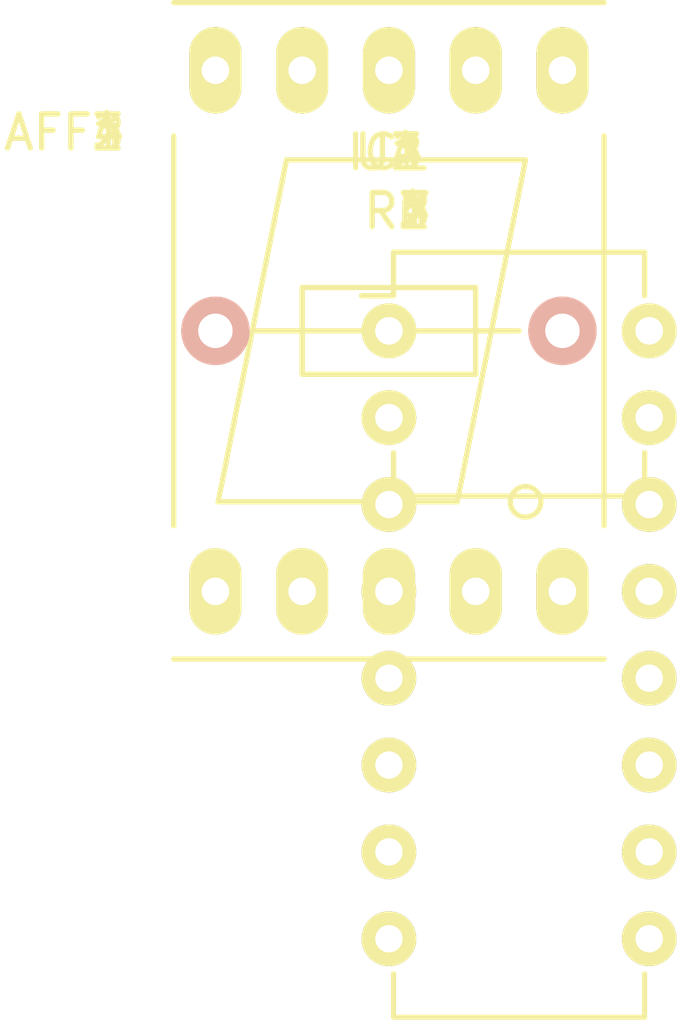
<source format=kicad_pcb>
(kicad_pcb (version 4) (host pcbnew "(2015-10-16 BZR 6271, Git 9aba2f2)-product")

  (general
    (links 56)
    (no_connects 29)
    (area 0 0 0 0)
    (thickness 1.6)
    (drawings 0)
    (tracks 0)
    (zones 0)
    (modules 17)
    (nets 33)
  )

  (page A4)
  (layers
    (0 F.Cu signal)
    (31 B.Cu signal)
    (32 B.Adhes user)
    (33 F.Adhes user)
    (34 B.Paste user)
    (35 F.Paste user)
    (36 B.SilkS user)
    (37 F.SilkS user)
    (38 B.Mask user)
    (39 F.Mask user)
    (40 Dwgs.User user)
    (41 Cmts.User user)
    (42 Eco1.User user)
    (43 Eco2.User user)
    (44 Edge.Cuts user)
    (45 Margin user)
    (46 B.CrtYd user)
    (47 F.CrtYd user)
    (48 B.Fab user)
    (49 F.Fab user)
  )

  (setup
    (last_trace_width 0.25)
    (trace_clearance 0.2)
    (zone_clearance 0.508)
    (zone_45_only no)
    (trace_min 0.2)
    (segment_width 0.2)
    (edge_width 0.15)
    (via_size 0.6)
    (via_drill 0.4)
    (via_min_size 0.4)
    (via_min_drill 0.3)
    (uvia_size 0.3)
    (uvia_drill 0.1)
    (uvias_allowed no)
    (uvia_min_size 0.2)
    (uvia_min_drill 0.1)
    (pcb_text_width 0.3)
    (pcb_text_size 1.5 1.5)
    (mod_edge_width 0.15)
    (mod_text_size 1 1)
    (mod_text_width 0.15)
    (pad_size 1.524 1.524)
    (pad_drill 0.762)
    (pad_to_mask_clearance 0.2)
    (aux_axis_origin 0 0)
    (visible_elements FFFFFF7F)
    (pcbplotparams
      (layerselection 0x00030_80000001)
      (usegerberextensions false)
      (excludeedgelayer true)
      (linewidth 0.100000)
      (plotframeref false)
      (viasonmask false)
      (mode 1)
      (useauxorigin false)
      (hpglpennumber 1)
      (hpglpenspeed 20)
      (hpglpendiameter 15)
      (hpglpenoverlay 2)
      (psnegative false)
      (psa4output false)
      (plotreference true)
      (plotvalue true)
      (plotinvisibletext false)
      (padsonsilk false)
      (subtractmaskfromsilk false)
      (outputformat 1)
      (mirror false)
      (drillshape 1)
      (scaleselection 1)
      (outputdirectory ""))
  )

  (net 0 "")
  (net 1 "Net-(AFF1-Pad1)")
  (net 2 "Net-(AFF1-Pad2)")
  (net 3 "Net-(AFF1-Pad3)")
  (net 4 "Net-(AFF1-Pad4)")
  (net 5 "Net-(AFF1-Pad5)")
  (net 6 "Net-(AFF1-Pad6)")
  (net 7 "Net-(AFF1-Pad7)")
  (net 8 "Net-(AFF1-Pad9)")
  (net 9 "Net-(AFF1-Pad10)")
  (net 10 "Net-(AFF2-Pad3)")
  (net 11 "Net-(AFF2-Pad5)")
  (net 12 "Net-(AFF3-Pad3)")
  (net 13 "Net-(AFF3-Pad5)")
  (net 14 "Net-(AFF4-Pad3)")
  (net 15 "Net-(AFF4-Pad5)")
  (net 16 "Net-(IC1-Pad1)")
  (net 17 "Net-(IC1-Pad2)")
  (net 18 VCC)
  (net 19 GND)
  (net 20 "Net-(IC1-Pad6)")
  (net 21 "Net-(IC1-Pad7)")
  (net 22 "Net-(IC1-Pad9)")
  (net 23 "Net-(IC1-Pad10)")
  (net 24 "Net-(IC1-Pad11)")
  (net 25 "Net-(IC1-Pad12)")
  (net 26 "Net-(IC1-Pad13)")
  (net 27 "Net-(IC1-Pad14)")
  (net 28 "Net-(IC1-Pad15)")
  (net 29 /P1)
  (net 30 /P2)
  (net 31 /P3)
  (net 32 /P4)

  (net_class Default "This is the default net class."
    (clearance 0.2)
    (trace_width 0.25)
    (via_dia 0.6)
    (via_drill 0.4)
    (uvia_dia 0.3)
    (uvia_drill 0.1)
    (add_net /P1)
    (add_net /P2)
    (add_net /P3)
    (add_net /P4)
    (add_net GND)
    (add_net "Net-(AFF1-Pad1)")
    (add_net "Net-(AFF1-Pad10)")
    (add_net "Net-(AFF1-Pad2)")
    (add_net "Net-(AFF1-Pad3)")
    (add_net "Net-(AFF1-Pad4)")
    (add_net "Net-(AFF1-Pad5)")
    (add_net "Net-(AFF1-Pad6)")
    (add_net "Net-(AFF1-Pad7)")
    (add_net "Net-(AFF1-Pad9)")
    (add_net "Net-(AFF2-Pad3)")
    (add_net "Net-(AFF2-Pad5)")
    (add_net "Net-(AFF3-Pad3)")
    (add_net "Net-(AFF3-Pad5)")
    (add_net "Net-(AFF4-Pad3)")
    (add_net "Net-(AFF4-Pad5)")
    (add_net "Net-(IC1-Pad1)")
    (add_net "Net-(IC1-Pad10)")
    (add_net "Net-(IC1-Pad11)")
    (add_net "Net-(IC1-Pad12)")
    (add_net "Net-(IC1-Pad13)")
    (add_net "Net-(IC1-Pad14)")
    (add_net "Net-(IC1-Pad15)")
    (add_net "Net-(IC1-Pad2)")
    (add_net "Net-(IC1-Pad6)")
    (add_net "Net-(IC1-Pad7)")
    (add_net "Net-(IC1-Pad9)")
    (add_net VCC)
  )

  (module Displays_7-Segment:7SegmentLED_LTS6760_LTS6780 (layer F.Cu) (tedit 0) (tstamp 564D5004)
    (at 148.5011 105.0036)
    (path /564D4EC8)
    (fp_text reference AFF1 (at -9.5 -5.8) (layer F.SilkS)
      (effects (font (size 1 1) (thickness 0.15)))
    )
    (fp_text value 7SEGMENTS (at -0.4 12) (layer F.Fab)
      (effects (font (size 1 1) (thickness 0.15)))
    )
    (fp_circle (center 4 5) (end 4.4 5.2) (layer F.SilkS) (width 0.15))
    (fp_line (start -3 -5) (end -4 0) (layer F.SilkS) (width 0.15))
    (fp_line (start -4 0) (end -5 5) (layer F.SilkS) (width 0.15))
    (fp_line (start -5 5) (end 2 5) (layer F.SilkS) (width 0.15))
    (fp_line (start 2 5) (end 3 0) (layer F.SilkS) (width 0.15))
    (fp_line (start 4 -5) (end 3 0) (layer F.SilkS) (width 0.15))
    (fp_line (start 3 0) (end -4 0) (layer F.SilkS) (width 0.15))
    (fp_line (start -3 -5) (end 4 -5) (layer F.SilkS) (width 0.15))
    (fp_line (start 6.3 9.6) (end -6.3 9.6) (layer F.SilkS) (width 0.15))
    (fp_line (start -6.3 -5.7) (end -6.3 5.7) (layer F.SilkS) (width 0.15))
    (fp_line (start 6.3 -5.7) (end 6.3 5.7) (layer F.SilkS) (width 0.15))
    (fp_line (start -6.3 -9.6) (end 6.3 -9.6) (layer F.SilkS) (width 0.15))
    (pad 1 thru_hole oval (at -5.08 7.62) (size 1.524 2.524) (drill 0.8) (layers *.Cu *.Mask F.SilkS)
      (net 1 "Net-(AFF1-Pad1)"))
    (pad 2 thru_hole oval (at -2.54 7.62) (size 1.524 2.524) (drill 0.8) (layers *.Cu *.Mask F.SilkS)
      (net 2 "Net-(AFF1-Pad2)"))
    (pad 3 thru_hole oval (at 0 7.62) (size 1.524 2.524) (drill 0.8) (layers *.Cu *.Mask F.SilkS)
      (net 3 "Net-(AFF1-Pad3)"))
    (pad 4 thru_hole oval (at 2.54 7.62) (size 1.524 2.524) (drill 0.8) (layers *.Cu *.Mask F.SilkS)
      (net 4 "Net-(AFF1-Pad4)"))
    (pad 5 thru_hole oval (at 5.08 7.62) (size 1.524 2.524) (drill 0.8) (layers *.Cu *.Mask F.SilkS)
      (net 5 "Net-(AFF1-Pad5)"))
    (pad 6 thru_hole oval (at 5.08 -7.62) (size 1.524 2.524) (drill 0.8) (layers *.Cu *.Mask F.SilkS)
      (net 6 "Net-(AFF1-Pad6)"))
    (pad 7 thru_hole oval (at 2.54 -7.62) (size 1.524 2.524) (drill 0.8) (layers *.Cu *.Mask F.SilkS)
      (net 7 "Net-(AFF1-Pad7)"))
    (pad 8 thru_hole oval (at 0 -7.62) (size 1.524 2.524) (drill 0.8) (layers *.Cu *.Mask F.SilkS)
      (net 3 "Net-(AFF1-Pad3)"))
    (pad 9 thru_hole oval (at -2.54 -7.62) (size 1.524 2.524) (drill 0.8) (layers *.Cu *.Mask F.SilkS)
      (net 8 "Net-(AFF1-Pad9)"))
    (pad 10 thru_hole oval (at -5.08 -7.62) (size 1.524 2.524) (drill 0.8) (layers *.Cu *.Mask F.SilkS)
      (net 9 "Net-(AFF1-Pad10)"))
    (model Displays_7-Segment.3dshapes/7SegmentLED_LTS6760_LTS6780.wrl
      (at (xyz 0 0 0))
      (scale (xyz 0.3937 0.3937 0.3937))
      (rotate (xyz 0 0 0))
    )
  )

  (module Displays_7-Segment:7SegmentLED_LTS6760_LTS6780 (layer F.Cu) (tedit 0) (tstamp 564D501E)
    (at 148.5011 105.0036)
    (path /564D4FFD)
    (fp_text reference AFF2 (at -9.5 -5.8) (layer F.SilkS)
      (effects (font (size 1 1) (thickness 0.15)))
    )
    (fp_text value 7SEGMENTS (at -0.4 12) (layer F.Fab)
      (effects (font (size 1 1) (thickness 0.15)))
    )
    (fp_circle (center 4 5) (end 4.4 5.2) (layer F.SilkS) (width 0.15))
    (fp_line (start -3 -5) (end -4 0) (layer F.SilkS) (width 0.15))
    (fp_line (start -4 0) (end -5 5) (layer F.SilkS) (width 0.15))
    (fp_line (start -5 5) (end 2 5) (layer F.SilkS) (width 0.15))
    (fp_line (start 2 5) (end 3 0) (layer F.SilkS) (width 0.15))
    (fp_line (start 4 -5) (end 3 0) (layer F.SilkS) (width 0.15))
    (fp_line (start 3 0) (end -4 0) (layer F.SilkS) (width 0.15))
    (fp_line (start -3 -5) (end 4 -5) (layer F.SilkS) (width 0.15))
    (fp_line (start 6.3 9.6) (end -6.3 9.6) (layer F.SilkS) (width 0.15))
    (fp_line (start -6.3 -5.7) (end -6.3 5.7) (layer F.SilkS) (width 0.15))
    (fp_line (start 6.3 -5.7) (end 6.3 5.7) (layer F.SilkS) (width 0.15))
    (fp_line (start -6.3 -9.6) (end 6.3 -9.6) (layer F.SilkS) (width 0.15))
    (pad 1 thru_hole oval (at -5.08 7.62) (size 1.524 2.524) (drill 0.8) (layers *.Cu *.Mask F.SilkS)
      (net 1 "Net-(AFF1-Pad1)"))
    (pad 2 thru_hole oval (at -2.54 7.62) (size 1.524 2.524) (drill 0.8) (layers *.Cu *.Mask F.SilkS)
      (net 2 "Net-(AFF1-Pad2)"))
    (pad 3 thru_hole oval (at 0 7.62) (size 1.524 2.524) (drill 0.8) (layers *.Cu *.Mask F.SilkS)
      (net 10 "Net-(AFF2-Pad3)"))
    (pad 4 thru_hole oval (at 2.54 7.62) (size 1.524 2.524) (drill 0.8) (layers *.Cu *.Mask F.SilkS)
      (net 4 "Net-(AFF1-Pad4)"))
    (pad 5 thru_hole oval (at 5.08 7.62) (size 1.524 2.524) (drill 0.8) (layers *.Cu *.Mask F.SilkS)
      (net 11 "Net-(AFF2-Pad5)"))
    (pad 6 thru_hole oval (at 5.08 -7.62) (size 1.524 2.524) (drill 0.8) (layers *.Cu *.Mask F.SilkS)
      (net 6 "Net-(AFF1-Pad6)"))
    (pad 7 thru_hole oval (at 2.54 -7.62) (size 1.524 2.524) (drill 0.8) (layers *.Cu *.Mask F.SilkS)
      (net 7 "Net-(AFF1-Pad7)"))
    (pad 8 thru_hole oval (at 0 -7.62) (size 1.524 2.524) (drill 0.8) (layers *.Cu *.Mask F.SilkS)
      (net 10 "Net-(AFF2-Pad3)"))
    (pad 9 thru_hole oval (at -2.54 -7.62) (size 1.524 2.524) (drill 0.8) (layers *.Cu *.Mask F.SilkS)
      (net 8 "Net-(AFF1-Pad9)"))
    (pad 10 thru_hole oval (at -5.08 -7.62) (size 1.524 2.524) (drill 0.8) (layers *.Cu *.Mask F.SilkS)
      (net 9 "Net-(AFF1-Pad10)"))
    (model Displays_7-Segment.3dshapes/7SegmentLED_LTS6760_LTS6780.wrl
      (at (xyz 0 0 0))
      (scale (xyz 0.3937 0.3937 0.3937))
      (rotate (xyz 0 0 0))
    )
  )

  (module Displays_7-Segment:7SegmentLED_LTS6760_LTS6780 (layer F.Cu) (tedit 0) (tstamp 564D5038)
    (at 148.5011 105.0036)
    (path /564D5202)
    (fp_text reference AFF3 (at -9.5 -5.8) (layer F.SilkS)
      (effects (font (size 1 1) (thickness 0.15)))
    )
    (fp_text value 7SEGMENTS (at -0.4 12) (layer F.Fab)
      (effects (font (size 1 1) (thickness 0.15)))
    )
    (fp_circle (center 4 5) (end 4.4 5.2) (layer F.SilkS) (width 0.15))
    (fp_line (start -3 -5) (end -4 0) (layer F.SilkS) (width 0.15))
    (fp_line (start -4 0) (end -5 5) (layer F.SilkS) (width 0.15))
    (fp_line (start -5 5) (end 2 5) (layer F.SilkS) (width 0.15))
    (fp_line (start 2 5) (end 3 0) (layer F.SilkS) (width 0.15))
    (fp_line (start 4 -5) (end 3 0) (layer F.SilkS) (width 0.15))
    (fp_line (start 3 0) (end -4 0) (layer F.SilkS) (width 0.15))
    (fp_line (start -3 -5) (end 4 -5) (layer F.SilkS) (width 0.15))
    (fp_line (start 6.3 9.6) (end -6.3 9.6) (layer F.SilkS) (width 0.15))
    (fp_line (start -6.3 -5.7) (end -6.3 5.7) (layer F.SilkS) (width 0.15))
    (fp_line (start 6.3 -5.7) (end 6.3 5.7) (layer F.SilkS) (width 0.15))
    (fp_line (start -6.3 -9.6) (end 6.3 -9.6) (layer F.SilkS) (width 0.15))
    (pad 1 thru_hole oval (at -5.08 7.62) (size 1.524 2.524) (drill 0.8) (layers *.Cu *.Mask F.SilkS)
      (net 1 "Net-(AFF1-Pad1)"))
    (pad 2 thru_hole oval (at -2.54 7.62) (size 1.524 2.524) (drill 0.8) (layers *.Cu *.Mask F.SilkS)
      (net 2 "Net-(AFF1-Pad2)"))
    (pad 3 thru_hole oval (at 0 7.62) (size 1.524 2.524) (drill 0.8) (layers *.Cu *.Mask F.SilkS)
      (net 12 "Net-(AFF3-Pad3)"))
    (pad 4 thru_hole oval (at 2.54 7.62) (size 1.524 2.524) (drill 0.8) (layers *.Cu *.Mask F.SilkS)
      (net 4 "Net-(AFF1-Pad4)"))
    (pad 5 thru_hole oval (at 5.08 7.62) (size 1.524 2.524) (drill 0.8) (layers *.Cu *.Mask F.SilkS)
      (net 13 "Net-(AFF3-Pad5)"))
    (pad 6 thru_hole oval (at 5.08 -7.62) (size 1.524 2.524) (drill 0.8) (layers *.Cu *.Mask F.SilkS)
      (net 6 "Net-(AFF1-Pad6)"))
    (pad 7 thru_hole oval (at 2.54 -7.62) (size 1.524 2.524) (drill 0.8) (layers *.Cu *.Mask F.SilkS)
      (net 7 "Net-(AFF1-Pad7)"))
    (pad 8 thru_hole oval (at 0 -7.62) (size 1.524 2.524) (drill 0.8) (layers *.Cu *.Mask F.SilkS)
      (net 12 "Net-(AFF3-Pad3)"))
    (pad 9 thru_hole oval (at -2.54 -7.62) (size 1.524 2.524) (drill 0.8) (layers *.Cu *.Mask F.SilkS)
      (net 8 "Net-(AFF1-Pad9)"))
    (pad 10 thru_hole oval (at -5.08 -7.62) (size 1.524 2.524) (drill 0.8) (layers *.Cu *.Mask F.SilkS)
      (net 9 "Net-(AFF1-Pad10)"))
    (model Displays_7-Segment.3dshapes/7SegmentLED_LTS6760_LTS6780.wrl
      (at (xyz 0 0 0))
      (scale (xyz 0.3937 0.3937 0.3937))
      (rotate (xyz 0 0 0))
    )
  )

  (module Displays_7-Segment:7SegmentLED_LTS6760_LTS6780 (layer F.Cu) (tedit 0) (tstamp 564D5052)
    (at 148.5011 105.0036)
    (path /564D3F41)
    (fp_text reference AFF4 (at -9.5 -5.8) (layer F.SilkS)
      (effects (font (size 1 1) (thickness 0.15)))
    )
    (fp_text value 7SEGMENTS (at -0.4 12) (layer F.Fab)
      (effects (font (size 1 1) (thickness 0.15)))
    )
    (fp_circle (center 4 5) (end 4.4 5.2) (layer F.SilkS) (width 0.15))
    (fp_line (start -3 -5) (end -4 0) (layer F.SilkS) (width 0.15))
    (fp_line (start -4 0) (end -5 5) (layer F.SilkS) (width 0.15))
    (fp_line (start -5 5) (end 2 5) (layer F.SilkS) (width 0.15))
    (fp_line (start 2 5) (end 3 0) (layer F.SilkS) (width 0.15))
    (fp_line (start 4 -5) (end 3 0) (layer F.SilkS) (width 0.15))
    (fp_line (start 3 0) (end -4 0) (layer F.SilkS) (width 0.15))
    (fp_line (start -3 -5) (end 4 -5) (layer F.SilkS) (width 0.15))
    (fp_line (start 6.3 9.6) (end -6.3 9.6) (layer F.SilkS) (width 0.15))
    (fp_line (start -6.3 -5.7) (end -6.3 5.7) (layer F.SilkS) (width 0.15))
    (fp_line (start 6.3 -5.7) (end 6.3 5.7) (layer F.SilkS) (width 0.15))
    (fp_line (start -6.3 -9.6) (end 6.3 -9.6) (layer F.SilkS) (width 0.15))
    (pad 1 thru_hole oval (at -5.08 7.62) (size 1.524 2.524) (drill 0.8) (layers *.Cu *.Mask F.SilkS)
      (net 1 "Net-(AFF1-Pad1)"))
    (pad 2 thru_hole oval (at -2.54 7.62) (size 1.524 2.524) (drill 0.8) (layers *.Cu *.Mask F.SilkS)
      (net 2 "Net-(AFF1-Pad2)"))
    (pad 3 thru_hole oval (at 0 7.62) (size 1.524 2.524) (drill 0.8) (layers *.Cu *.Mask F.SilkS)
      (net 14 "Net-(AFF4-Pad3)"))
    (pad 4 thru_hole oval (at 2.54 7.62) (size 1.524 2.524) (drill 0.8) (layers *.Cu *.Mask F.SilkS)
      (net 4 "Net-(AFF1-Pad4)"))
    (pad 5 thru_hole oval (at 5.08 7.62) (size 1.524 2.524) (drill 0.8) (layers *.Cu *.Mask F.SilkS)
      (net 15 "Net-(AFF4-Pad5)"))
    (pad 6 thru_hole oval (at 5.08 -7.62) (size 1.524 2.524) (drill 0.8) (layers *.Cu *.Mask F.SilkS)
      (net 6 "Net-(AFF1-Pad6)"))
    (pad 7 thru_hole oval (at 2.54 -7.62) (size 1.524 2.524) (drill 0.8) (layers *.Cu *.Mask F.SilkS)
      (net 7 "Net-(AFF1-Pad7)"))
    (pad 8 thru_hole oval (at 0 -7.62) (size 1.524 2.524) (drill 0.8) (layers *.Cu *.Mask F.SilkS)
      (net 14 "Net-(AFF4-Pad3)"))
    (pad 9 thru_hole oval (at -2.54 -7.62) (size 1.524 2.524) (drill 0.8) (layers *.Cu *.Mask F.SilkS)
      (net 8 "Net-(AFF1-Pad9)"))
    (pad 10 thru_hole oval (at -5.08 -7.62) (size 1.524 2.524) (drill 0.8) (layers *.Cu *.Mask F.SilkS)
      (net 9 "Net-(AFF1-Pad10)"))
    (model Displays_7-Segment.3dshapes/7SegmentLED_LTS6760_LTS6780.wrl
      (at (xyz 0 0 0))
      (scale (xyz 0.3937 0.3937 0.3937))
      (rotate (xyz 0 0 0))
    )
  )

  (module Housings_DIP:DIP-16_W7.62mm (layer F.Cu) (tedit 54130A77) (tstamp 564D5071)
    (at 148.5011 105.0036)
    (descr "16-lead dip package, row spacing 7.62 mm (300 mils)")
    (tags "dil dip 2.54 300")
    (path /564D33A1)
    (fp_text reference IC1 (at 0 -5.22) (layer F.SilkS)
      (effects (font (size 1 1) (thickness 0.15)))
    )
    (fp_text value 4511D (at 0 -3.72) (layer F.Fab)
      (effects (font (size 1 1) (thickness 0.15)))
    )
    (fp_line (start -1.05 -2.45) (end -1.05 20.25) (layer F.CrtYd) (width 0.05))
    (fp_line (start 8.65 -2.45) (end 8.65 20.25) (layer F.CrtYd) (width 0.05))
    (fp_line (start -1.05 -2.45) (end 8.65 -2.45) (layer F.CrtYd) (width 0.05))
    (fp_line (start -1.05 20.25) (end 8.65 20.25) (layer F.CrtYd) (width 0.05))
    (fp_line (start 0.135 -2.295) (end 0.135 -1.025) (layer F.SilkS) (width 0.15))
    (fp_line (start 7.485 -2.295) (end 7.485 -1.025) (layer F.SilkS) (width 0.15))
    (fp_line (start 7.485 20.075) (end 7.485 18.805) (layer F.SilkS) (width 0.15))
    (fp_line (start 0.135 20.075) (end 0.135 18.805) (layer F.SilkS) (width 0.15))
    (fp_line (start 0.135 -2.295) (end 7.485 -2.295) (layer F.SilkS) (width 0.15))
    (fp_line (start 0.135 20.075) (end 7.485 20.075) (layer F.SilkS) (width 0.15))
    (fp_line (start 0.135 -1.025) (end -0.8 -1.025) (layer F.SilkS) (width 0.15))
    (pad 1 thru_hole oval (at 0 0) (size 1.6 1.6) (drill 0.8) (layers *.Cu *.Mask F.SilkS)
      (net 16 "Net-(IC1-Pad1)"))
    (pad 2 thru_hole oval (at 0 2.54) (size 1.6 1.6) (drill 0.8) (layers *.Cu *.Mask F.SilkS)
      (net 17 "Net-(IC1-Pad2)"))
    (pad 3 thru_hole oval (at 0 5.08) (size 1.6 1.6) (drill 0.8) (layers *.Cu *.Mask F.SilkS)
      (net 18 VCC))
    (pad 4 thru_hole oval (at 0 7.62) (size 1.6 1.6) (drill 0.8) (layers *.Cu *.Mask F.SilkS)
      (net 18 VCC))
    (pad 5 thru_hole oval (at 0 10.16) (size 1.6 1.6) (drill 0.8) (layers *.Cu *.Mask F.SilkS)
      (net 19 GND))
    (pad 6 thru_hole oval (at 0 12.7) (size 1.6 1.6) (drill 0.8) (layers *.Cu *.Mask F.SilkS)
      (net 20 "Net-(IC1-Pad6)"))
    (pad 7 thru_hole oval (at 0 15.24) (size 1.6 1.6) (drill 0.8) (layers *.Cu *.Mask F.SilkS)
      (net 21 "Net-(IC1-Pad7)"))
    (pad 8 thru_hole oval (at 0 17.78) (size 1.6 1.6) (drill 0.8) (layers *.Cu *.Mask F.SilkS)
      (net 19 GND))
    (pad 9 thru_hole oval (at 7.62 17.78) (size 1.6 1.6) (drill 0.8) (layers *.Cu *.Mask F.SilkS)
      (net 22 "Net-(IC1-Pad9)"))
    (pad 10 thru_hole oval (at 7.62 15.24) (size 1.6 1.6) (drill 0.8) (layers *.Cu *.Mask F.SilkS)
      (net 23 "Net-(IC1-Pad10)"))
    (pad 11 thru_hole oval (at 7.62 12.7) (size 1.6 1.6) (drill 0.8) (layers *.Cu *.Mask F.SilkS)
      (net 24 "Net-(IC1-Pad11)"))
    (pad 12 thru_hole oval (at 7.62 10.16) (size 1.6 1.6) (drill 0.8) (layers *.Cu *.Mask F.SilkS)
      (net 25 "Net-(IC1-Pad12)"))
    (pad 13 thru_hole oval (at 7.62 7.62) (size 1.6 1.6) (drill 0.8) (layers *.Cu *.Mask F.SilkS)
      (net 26 "Net-(IC1-Pad13)"))
    (pad 14 thru_hole oval (at 7.62 5.08) (size 1.6 1.6) (drill 0.8) (layers *.Cu *.Mask F.SilkS)
      (net 27 "Net-(IC1-Pad14)"))
    (pad 15 thru_hole oval (at 7.62 2.54) (size 1.6 1.6) (drill 0.8) (layers *.Cu *.Mask F.SilkS)
      (net 28 "Net-(IC1-Pad15)"))
    (pad 16 thru_hole oval (at 7.62 0) (size 1.6 1.6) (drill 0.8) (layers *.Cu *.Mask F.SilkS)
      (net 18 VCC))
    (model Housings_DIP.3dshapes/DIP-16_W7.62mm.wrl
      (at (xyz 0 0 0))
      (scale (xyz 1 1 1))
      (rotate (xyz 0 0 0))
    )
  )

  (module Resistors_ThroughHole:Resistor_Horizontal_RM10mm (layer F.Cu) (tedit 53F56209) (tstamp 564D507D)
    (at 148.5011 105.0036)
    (descr "Resistor, Axial,  RM 10mm, 1/3W,")
    (tags "Resistor, Axial, RM 10mm, 1/3W,")
    (path /564D39C0)
    (fp_text reference P1 (at 0.24892 -3.50012) (layer F.SilkS)
      (effects (font (size 1 1) (thickness 0.15)))
    )
    (fp_text value CONN_02X05 (at 3.81 3.81) (layer F.Fab)
      (effects (font (size 1 1) (thickness 0.15)))
    )
    (fp_line (start -2.54 -1.27) (end 2.54 -1.27) (layer F.SilkS) (width 0.15))
    (fp_line (start 2.54 -1.27) (end 2.54 1.27) (layer F.SilkS) (width 0.15))
    (fp_line (start 2.54 1.27) (end -2.54 1.27) (layer F.SilkS) (width 0.15))
    (fp_line (start -2.54 1.27) (end -2.54 -1.27) (layer F.SilkS) (width 0.15))
    (fp_line (start -2.54 0) (end -3.81 0) (layer F.SilkS) (width 0.15))
    (fp_line (start 2.54 0) (end 3.81 0) (layer F.SilkS) (width 0.15))
    (pad 1 thru_hole circle (at -5.08 0) (size 1.99898 1.99898) (drill 1.00076) (layers *.Cu *.SilkS *.Mask)
      (net 18 VCC))
    (pad 2 thru_hole circle (at 5.08 0) (size 1.99898 1.99898) (drill 1.00076) (layers *.Cu *.SilkS *.Mask)
      (net 21 "Net-(IC1-Pad7)"))
    (model Resistors_ThroughHole.3dshapes/Resistor_Horizontal_RM10mm.wrl
      (at (xyz 0 0 0))
      (scale (xyz 0.4 0.4 0.4))
      (rotate (xyz 0 0 0))
    )
  )

  (module Resistors_ThroughHole:Resistor_Horizontal_RM10mm (layer F.Cu) (tedit 53F56209) (tstamp 564D5089)
    (at 148.5011 105.0036)
    (descr "Resistor, Axial,  RM 10mm, 1/3W,")
    (tags "Resistor, Axial, RM 10mm, 1/3W,")
    (path /564D46A4)
    (fp_text reference R1 (at 0.24892 -3.50012) (layer F.SilkS)
      (effects (font (size 1 1) (thickness 0.15)))
    )
    (fp_text value R (at 3.81 3.81) (layer F.Fab)
      (effects (font (size 1 1) (thickness 0.15)))
    )
    (fp_line (start -2.54 -1.27) (end 2.54 -1.27) (layer F.SilkS) (width 0.15))
    (fp_line (start 2.54 -1.27) (end 2.54 1.27) (layer F.SilkS) (width 0.15))
    (fp_line (start 2.54 1.27) (end -2.54 1.27) (layer F.SilkS) (width 0.15))
    (fp_line (start -2.54 1.27) (end -2.54 -1.27) (layer F.SilkS) (width 0.15))
    (fp_line (start -2.54 0) (end -3.81 0) (layer F.SilkS) (width 0.15))
    (fp_line (start 2.54 0) (end 3.81 0) (layer F.SilkS) (width 0.15))
    (pad 1 thru_hole circle (at -5.08 0) (size 1.99898 1.99898) (drill 1.00076) (layers *.Cu *.SilkS *.Mask)
      (net 26 "Net-(IC1-Pad13)"))
    (pad 2 thru_hole circle (at 5.08 0) (size 1.99898 1.99898) (drill 1.00076) (layers *.Cu *.SilkS *.Mask)
      (net 7 "Net-(AFF1-Pad7)"))
    (model Resistors_ThroughHole.3dshapes/Resistor_Horizontal_RM10mm.wrl
      (at (xyz 0 0 0))
      (scale (xyz 0.4 0.4 0.4))
      (rotate (xyz 0 0 0))
    )
  )

  (module Resistors_ThroughHole:Resistor_Horizontal_RM10mm (layer F.Cu) (tedit 53F56209) (tstamp 564D5095)
    (at 148.5011 105.0036)
    (descr "Resistor, Axial,  RM 10mm, 1/3W,")
    (tags "Resistor, Axial, RM 10mm, 1/3W,")
    (path /564D474D)
    (fp_text reference R2 (at 0.24892 -3.50012) (layer F.SilkS)
      (effects (font (size 1 1) (thickness 0.15)))
    )
    (fp_text value R (at 3.81 3.81) (layer F.Fab)
      (effects (font (size 1 1) (thickness 0.15)))
    )
    (fp_line (start -2.54 -1.27) (end 2.54 -1.27) (layer F.SilkS) (width 0.15))
    (fp_line (start 2.54 -1.27) (end 2.54 1.27) (layer F.SilkS) (width 0.15))
    (fp_line (start 2.54 1.27) (end -2.54 1.27) (layer F.SilkS) (width 0.15))
    (fp_line (start -2.54 1.27) (end -2.54 -1.27) (layer F.SilkS) (width 0.15))
    (fp_line (start -2.54 0) (end -3.81 0) (layer F.SilkS) (width 0.15))
    (fp_line (start 2.54 0) (end 3.81 0) (layer F.SilkS) (width 0.15))
    (pad 1 thru_hole circle (at -5.08 0) (size 1.99898 1.99898) (drill 1.00076) (layers *.Cu *.SilkS *.Mask)
      (net 25 "Net-(IC1-Pad12)"))
    (pad 2 thru_hole circle (at 5.08 0) (size 1.99898 1.99898) (drill 1.00076) (layers *.Cu *.SilkS *.Mask)
      (net 6 "Net-(AFF1-Pad6)"))
    (model Resistors_ThroughHole.3dshapes/Resistor_Horizontal_RM10mm.wrl
      (at (xyz 0 0 0))
      (scale (xyz 0.4 0.4 0.4))
      (rotate (xyz 0 0 0))
    )
  )

  (module Resistors_ThroughHole:Resistor_Horizontal_RM10mm (layer F.Cu) (tedit 53F56209) (tstamp 564D50A1)
    (at 148.5011 105.0036)
    (descr "Resistor, Axial,  RM 10mm, 1/3W,")
    (tags "Resistor, Axial, RM 10mm, 1/3W,")
    (path /564D4798)
    (fp_text reference R3 (at 0.24892 -3.50012) (layer F.SilkS)
      (effects (font (size 1 1) (thickness 0.15)))
    )
    (fp_text value R (at 3.81 3.81) (layer F.Fab)
      (effects (font (size 1 1) (thickness 0.15)))
    )
    (fp_line (start -2.54 -1.27) (end 2.54 -1.27) (layer F.SilkS) (width 0.15))
    (fp_line (start 2.54 -1.27) (end 2.54 1.27) (layer F.SilkS) (width 0.15))
    (fp_line (start 2.54 1.27) (end -2.54 1.27) (layer F.SilkS) (width 0.15))
    (fp_line (start -2.54 1.27) (end -2.54 -1.27) (layer F.SilkS) (width 0.15))
    (fp_line (start -2.54 0) (end -3.81 0) (layer F.SilkS) (width 0.15))
    (fp_line (start 2.54 0) (end 3.81 0) (layer F.SilkS) (width 0.15))
    (pad 1 thru_hole circle (at -5.08 0) (size 1.99898 1.99898) (drill 1.00076) (layers *.Cu *.SilkS *.Mask)
      (net 24 "Net-(IC1-Pad11)"))
    (pad 2 thru_hole circle (at 5.08 0) (size 1.99898 1.99898) (drill 1.00076) (layers *.Cu *.SilkS *.Mask)
      (net 4 "Net-(AFF1-Pad4)"))
    (model Resistors_ThroughHole.3dshapes/Resistor_Horizontal_RM10mm.wrl
      (at (xyz 0 0 0))
      (scale (xyz 0.4 0.4 0.4))
      (rotate (xyz 0 0 0))
    )
  )

  (module Resistors_ThroughHole:Resistor_Horizontal_RM10mm (layer F.Cu) (tedit 53F56209) (tstamp 564D50AD)
    (at 148.5011 105.0036)
    (descr "Resistor, Axial,  RM 10mm, 1/3W,")
    (tags "Resistor, Axial, RM 10mm, 1/3W,")
    (path /564D479E)
    (fp_text reference R4 (at 0.24892 -3.50012) (layer F.SilkS)
      (effects (font (size 1 1) (thickness 0.15)))
    )
    (fp_text value R (at 3.81 3.81) (layer F.Fab)
      (effects (font (size 1 1) (thickness 0.15)))
    )
    (fp_line (start -2.54 -1.27) (end 2.54 -1.27) (layer F.SilkS) (width 0.15))
    (fp_line (start 2.54 -1.27) (end 2.54 1.27) (layer F.SilkS) (width 0.15))
    (fp_line (start 2.54 1.27) (end -2.54 1.27) (layer F.SilkS) (width 0.15))
    (fp_line (start -2.54 1.27) (end -2.54 -1.27) (layer F.SilkS) (width 0.15))
    (fp_line (start -2.54 0) (end -3.81 0) (layer F.SilkS) (width 0.15))
    (fp_line (start 2.54 0) (end 3.81 0) (layer F.SilkS) (width 0.15))
    (pad 1 thru_hole circle (at -5.08 0) (size 1.99898 1.99898) (drill 1.00076) (layers *.Cu *.SilkS *.Mask)
      (net 23 "Net-(IC1-Pad10)"))
    (pad 2 thru_hole circle (at 5.08 0) (size 1.99898 1.99898) (drill 1.00076) (layers *.Cu *.SilkS *.Mask)
      (net 2 "Net-(AFF1-Pad2)"))
    (model Resistors_ThroughHole.3dshapes/Resistor_Horizontal_RM10mm.wrl
      (at (xyz 0 0 0))
      (scale (xyz 0.4 0.4 0.4))
      (rotate (xyz 0 0 0))
    )
  )

  (module Resistors_ThroughHole:Resistor_Horizontal_RM10mm (layer F.Cu) (tedit 53F56209) (tstamp 564D50B9)
    (at 148.5011 105.0036)
    (descr "Resistor, Axial,  RM 10mm, 1/3W,")
    (tags "Resistor, Axial, RM 10mm, 1/3W,")
    (path /564D4812)
    (fp_text reference R5 (at 0.24892 -3.50012) (layer F.SilkS)
      (effects (font (size 1 1) (thickness 0.15)))
    )
    (fp_text value R (at 3.81 3.81) (layer F.Fab)
      (effects (font (size 1 1) (thickness 0.15)))
    )
    (fp_line (start -2.54 -1.27) (end 2.54 -1.27) (layer F.SilkS) (width 0.15))
    (fp_line (start 2.54 -1.27) (end 2.54 1.27) (layer F.SilkS) (width 0.15))
    (fp_line (start 2.54 1.27) (end -2.54 1.27) (layer F.SilkS) (width 0.15))
    (fp_line (start -2.54 1.27) (end -2.54 -1.27) (layer F.SilkS) (width 0.15))
    (fp_line (start -2.54 0) (end -3.81 0) (layer F.SilkS) (width 0.15))
    (fp_line (start 2.54 0) (end 3.81 0) (layer F.SilkS) (width 0.15))
    (pad 1 thru_hole circle (at -5.08 0) (size 1.99898 1.99898) (drill 1.00076) (layers *.Cu *.SilkS *.Mask)
      (net 22 "Net-(IC1-Pad9)"))
    (pad 2 thru_hole circle (at 5.08 0) (size 1.99898 1.99898) (drill 1.00076) (layers *.Cu *.SilkS *.Mask)
      (net 1 "Net-(AFF1-Pad1)"))
    (model Resistors_ThroughHole.3dshapes/Resistor_Horizontal_RM10mm.wrl
      (at (xyz 0 0 0))
      (scale (xyz 0.4 0.4 0.4))
      (rotate (xyz 0 0 0))
    )
  )

  (module Resistors_ThroughHole:Resistor_Horizontal_RM10mm (layer F.Cu) (tedit 53F56209) (tstamp 564D50C5)
    (at 148.5011 105.0036)
    (descr "Resistor, Axial,  RM 10mm, 1/3W,")
    (tags "Resistor, Axial, RM 10mm, 1/3W,")
    (path /564D4818)
    (fp_text reference R6 (at 0.24892 -3.50012) (layer F.SilkS)
      (effects (font (size 1 1) (thickness 0.15)))
    )
    (fp_text value R (at 3.81 3.81) (layer F.Fab)
      (effects (font (size 1 1) (thickness 0.15)))
    )
    (fp_line (start -2.54 -1.27) (end 2.54 -1.27) (layer F.SilkS) (width 0.15))
    (fp_line (start 2.54 -1.27) (end 2.54 1.27) (layer F.SilkS) (width 0.15))
    (fp_line (start 2.54 1.27) (end -2.54 1.27) (layer F.SilkS) (width 0.15))
    (fp_line (start -2.54 1.27) (end -2.54 -1.27) (layer F.SilkS) (width 0.15))
    (fp_line (start -2.54 0) (end -3.81 0) (layer F.SilkS) (width 0.15))
    (fp_line (start 2.54 0) (end 3.81 0) (layer F.SilkS) (width 0.15))
    (pad 1 thru_hole circle (at -5.08 0) (size 1.99898 1.99898) (drill 1.00076) (layers *.Cu *.SilkS *.Mask)
      (net 28 "Net-(IC1-Pad15)"))
    (pad 2 thru_hole circle (at 5.08 0) (size 1.99898 1.99898) (drill 1.00076) (layers *.Cu *.SilkS *.Mask)
      (net 8 "Net-(AFF1-Pad9)"))
    (model Resistors_ThroughHole.3dshapes/Resistor_Horizontal_RM10mm.wrl
      (at (xyz 0 0 0))
      (scale (xyz 0.4 0.4 0.4))
      (rotate (xyz 0 0 0))
    )
  )

  (module Resistors_ThroughHole:Resistor_Horizontal_RM10mm (layer F.Cu) (tedit 53F56209) (tstamp 564D50D1)
    (at 148.5011 105.0036)
    (descr "Resistor, Axial,  RM 10mm, 1/3W,")
    (tags "Resistor, Axial, RM 10mm, 1/3W,")
    (path /564D481E)
    (fp_text reference R7 (at 0.24892 -3.50012) (layer F.SilkS)
      (effects (font (size 1 1) (thickness 0.15)))
    )
    (fp_text value R (at 3.81 3.81) (layer F.Fab)
      (effects (font (size 1 1) (thickness 0.15)))
    )
    (fp_line (start -2.54 -1.27) (end 2.54 -1.27) (layer F.SilkS) (width 0.15))
    (fp_line (start 2.54 -1.27) (end 2.54 1.27) (layer F.SilkS) (width 0.15))
    (fp_line (start 2.54 1.27) (end -2.54 1.27) (layer F.SilkS) (width 0.15))
    (fp_line (start -2.54 1.27) (end -2.54 -1.27) (layer F.SilkS) (width 0.15))
    (fp_line (start -2.54 0) (end -3.81 0) (layer F.SilkS) (width 0.15))
    (fp_line (start 2.54 0) (end 3.81 0) (layer F.SilkS) (width 0.15))
    (pad 1 thru_hole circle (at -5.08 0) (size 1.99898 1.99898) (drill 1.00076) (layers *.Cu *.SilkS *.Mask)
      (net 27 "Net-(IC1-Pad14)"))
    (pad 2 thru_hole circle (at 5.08 0) (size 1.99898 1.99898) (drill 1.00076) (layers *.Cu *.SilkS *.Mask)
      (net 9 "Net-(AFF1-Pad10)"))
    (model Resistors_ThroughHole.3dshapes/Resistor_Horizontal_RM10mm.wrl
      (at (xyz 0 0 0))
      (scale (xyz 0.4 0.4 0.4))
      (rotate (xyz 0 0 0))
    )
  )

  (module Housings_DIP:DIP-4_W7.62mm (layer F.Cu) (tedit 54130A77) (tstamp 564D50E4)
    (at 148.5011 105.0036)
    (descr "4-lead dip package, row spacing 7.62 mm (300 mils)")
    (tags "dil dip 2.54 300")
    (path /564D7C50)
    (fp_text reference U1 (at 0 -5.22) (layer F.SilkS)
      (effects (font (size 1 1) (thickness 0.15)))
    )
    (fp_text value PC817 (at 0 -3.72) (layer F.Fab)
      (effects (font (size 1 1) (thickness 0.15)))
    )
    (fp_line (start -1.05 -2.45) (end -1.05 5) (layer F.CrtYd) (width 0.05))
    (fp_line (start 8.65 -2.45) (end 8.65 5) (layer F.CrtYd) (width 0.05))
    (fp_line (start -1.05 -2.45) (end 8.65 -2.45) (layer F.CrtYd) (width 0.05))
    (fp_line (start -1.05 5) (end 8.65 5) (layer F.CrtYd) (width 0.05))
    (fp_line (start 0.135 -2.295) (end 0.135 -1.025) (layer F.SilkS) (width 0.15))
    (fp_line (start 7.485 -2.295) (end 7.485 -1.025) (layer F.SilkS) (width 0.15))
    (fp_line (start 7.485 4.835) (end 7.485 3.565) (layer F.SilkS) (width 0.15))
    (fp_line (start 0.135 4.835) (end 0.135 3.565) (layer F.SilkS) (width 0.15))
    (fp_line (start 0.135 -2.295) (end 7.485 -2.295) (layer F.SilkS) (width 0.15))
    (fp_line (start 0.135 4.835) (end 7.485 4.835) (layer F.SilkS) (width 0.15))
    (fp_line (start 0.135 -1.025) (end -0.8 -1.025) (layer F.SilkS) (width 0.15))
    (pad 1 thru_hole oval (at 0 0) (size 1.6 1.6) (drill 0.8) (layers *.Cu *.Mask F.SilkS)
      (net 18 VCC))
    (pad 2 thru_hole oval (at 0 2.54) (size 1.6 1.6) (drill 0.8) (layers *.Cu *.Mask F.SilkS)
      (net 29 /P1))
    (pad 3 thru_hole oval (at 7.62 2.54) (size 1.6 1.6) (drill 0.8) (layers *.Cu *.Mask F.SilkS)
      (net 19 GND))
    (pad 4 thru_hole oval (at 7.62 0) (size 1.6 1.6) (drill 0.8) (layers *.Cu *.Mask F.SilkS)
      (net 3 "Net-(AFF1-Pad3)"))
    (model Housings_DIP.3dshapes/DIP-4_W7.62mm.wrl
      (at (xyz 0 0 0))
      (scale (xyz 1 1 1))
      (rotate (xyz 0 0 0))
    )
  )

  (module Housings_DIP:DIP-4_W7.62mm (layer F.Cu) (tedit 54130A77) (tstamp 564D50F7)
    (at 148.5011 105.0036)
    (descr "4-lead dip package, row spacing 7.62 mm (300 mils)")
    (tags "dil dip 2.54 300")
    (path /564D7DD3)
    (fp_text reference U2 (at 0 -5.22) (layer F.SilkS)
      (effects (font (size 1 1) (thickness 0.15)))
    )
    (fp_text value PC817 (at 0 -3.72) (layer F.Fab)
      (effects (font (size 1 1) (thickness 0.15)))
    )
    (fp_line (start -1.05 -2.45) (end -1.05 5) (layer F.CrtYd) (width 0.05))
    (fp_line (start 8.65 -2.45) (end 8.65 5) (layer F.CrtYd) (width 0.05))
    (fp_line (start -1.05 -2.45) (end 8.65 -2.45) (layer F.CrtYd) (width 0.05))
    (fp_line (start -1.05 5) (end 8.65 5) (layer F.CrtYd) (width 0.05))
    (fp_line (start 0.135 -2.295) (end 0.135 -1.025) (layer F.SilkS) (width 0.15))
    (fp_line (start 7.485 -2.295) (end 7.485 -1.025) (layer F.SilkS) (width 0.15))
    (fp_line (start 7.485 4.835) (end 7.485 3.565) (layer F.SilkS) (width 0.15))
    (fp_line (start 0.135 4.835) (end 0.135 3.565) (layer F.SilkS) (width 0.15))
    (fp_line (start 0.135 -2.295) (end 7.485 -2.295) (layer F.SilkS) (width 0.15))
    (fp_line (start 0.135 4.835) (end 7.485 4.835) (layer F.SilkS) (width 0.15))
    (fp_line (start 0.135 -1.025) (end -0.8 -1.025) (layer F.SilkS) (width 0.15))
    (pad 1 thru_hole oval (at 0 0) (size 1.6 1.6) (drill 0.8) (layers *.Cu *.Mask F.SilkS)
      (net 18 VCC))
    (pad 2 thru_hole oval (at 0 2.54) (size 1.6 1.6) (drill 0.8) (layers *.Cu *.Mask F.SilkS)
      (net 30 /P2))
    (pad 3 thru_hole oval (at 7.62 2.54) (size 1.6 1.6) (drill 0.8) (layers *.Cu *.Mask F.SilkS)
      (net 19 GND))
    (pad 4 thru_hole oval (at 7.62 0) (size 1.6 1.6) (drill 0.8) (layers *.Cu *.Mask F.SilkS)
      (net 10 "Net-(AFF2-Pad3)"))
    (model Housings_DIP.3dshapes/DIP-4_W7.62mm.wrl
      (at (xyz 0 0 0))
      (scale (xyz 1 1 1))
      (rotate (xyz 0 0 0))
    )
  )

  (module Housings_DIP:DIP-4_W7.62mm (layer F.Cu) (tedit 54130A77) (tstamp 564D510A)
    (at 148.5011 105.0036)
    (descr "4-lead dip package, row spacing 7.62 mm (300 mils)")
    (tags "dil dip 2.54 300")
    (path /564D7E5B)
    (fp_text reference U3 (at 0 -5.22) (layer F.SilkS)
      (effects (font (size 1 1) (thickness 0.15)))
    )
    (fp_text value PC817 (at 0 -3.72) (layer F.Fab)
      (effects (font (size 1 1) (thickness 0.15)))
    )
    (fp_line (start -1.05 -2.45) (end -1.05 5) (layer F.CrtYd) (width 0.05))
    (fp_line (start 8.65 -2.45) (end 8.65 5) (layer F.CrtYd) (width 0.05))
    (fp_line (start -1.05 -2.45) (end 8.65 -2.45) (layer F.CrtYd) (width 0.05))
    (fp_line (start -1.05 5) (end 8.65 5) (layer F.CrtYd) (width 0.05))
    (fp_line (start 0.135 -2.295) (end 0.135 -1.025) (layer F.SilkS) (width 0.15))
    (fp_line (start 7.485 -2.295) (end 7.485 -1.025) (layer F.SilkS) (width 0.15))
    (fp_line (start 7.485 4.835) (end 7.485 3.565) (layer F.SilkS) (width 0.15))
    (fp_line (start 0.135 4.835) (end 0.135 3.565) (layer F.SilkS) (width 0.15))
    (fp_line (start 0.135 -2.295) (end 7.485 -2.295) (layer F.SilkS) (width 0.15))
    (fp_line (start 0.135 4.835) (end 7.485 4.835) (layer F.SilkS) (width 0.15))
    (fp_line (start 0.135 -1.025) (end -0.8 -1.025) (layer F.SilkS) (width 0.15))
    (pad 1 thru_hole oval (at 0 0) (size 1.6 1.6) (drill 0.8) (layers *.Cu *.Mask F.SilkS)
      (net 18 VCC))
    (pad 2 thru_hole oval (at 0 2.54) (size 1.6 1.6) (drill 0.8) (layers *.Cu *.Mask F.SilkS)
      (net 31 /P3))
    (pad 3 thru_hole oval (at 7.62 2.54) (size 1.6 1.6) (drill 0.8) (layers *.Cu *.Mask F.SilkS)
      (net 19 GND))
    (pad 4 thru_hole oval (at 7.62 0) (size 1.6 1.6) (drill 0.8) (layers *.Cu *.Mask F.SilkS)
      (net 12 "Net-(AFF3-Pad3)"))
    (model Housings_DIP.3dshapes/DIP-4_W7.62mm.wrl
      (at (xyz 0 0 0))
      (scale (xyz 1 1 1))
      (rotate (xyz 0 0 0))
    )
  )

  (module Housings_DIP:DIP-4_W7.62mm (layer F.Cu) (tedit 54130A77) (tstamp 564D511D)
    (at 148.5011 105.0036)
    (descr "4-lead dip package, row spacing 7.62 mm (300 mils)")
    (tags "dil dip 2.54 300")
    (path /564D3F4F)
    (fp_text reference U4 (at 0 -5.22) (layer F.SilkS)
      (effects (font (size 1 1) (thickness 0.15)))
    )
    (fp_text value PC817 (at 0 -3.72) (layer F.Fab)
      (effects (font (size 1 1) (thickness 0.15)))
    )
    (fp_line (start -1.05 -2.45) (end -1.05 5) (layer F.CrtYd) (width 0.05))
    (fp_line (start 8.65 -2.45) (end 8.65 5) (layer F.CrtYd) (width 0.05))
    (fp_line (start -1.05 -2.45) (end 8.65 -2.45) (layer F.CrtYd) (width 0.05))
    (fp_line (start -1.05 5) (end 8.65 5) (layer F.CrtYd) (width 0.05))
    (fp_line (start 0.135 -2.295) (end 0.135 -1.025) (layer F.SilkS) (width 0.15))
    (fp_line (start 7.485 -2.295) (end 7.485 -1.025) (layer F.SilkS) (width 0.15))
    (fp_line (start 7.485 4.835) (end 7.485 3.565) (layer F.SilkS) (width 0.15))
    (fp_line (start 0.135 4.835) (end 0.135 3.565) (layer F.SilkS) (width 0.15))
    (fp_line (start 0.135 -2.295) (end 7.485 -2.295) (layer F.SilkS) (width 0.15))
    (fp_line (start 0.135 4.835) (end 7.485 4.835) (layer F.SilkS) (width 0.15))
    (fp_line (start 0.135 -1.025) (end -0.8 -1.025) (layer F.SilkS) (width 0.15))
    (pad 1 thru_hole oval (at 0 0) (size 1.6 1.6) (drill 0.8) (layers *.Cu *.Mask F.SilkS)
      (net 18 VCC))
    (pad 2 thru_hole oval (at 0 2.54) (size 1.6 1.6) (drill 0.8) (layers *.Cu *.Mask F.SilkS)
      (net 32 /P4))
    (pad 3 thru_hole oval (at 7.62 2.54) (size 1.6 1.6) (drill 0.8) (layers *.Cu *.Mask F.SilkS)
      (net 19 GND))
    (pad 4 thru_hole oval (at 7.62 0) (size 1.6 1.6) (drill 0.8) (layers *.Cu *.Mask F.SilkS)
      (net 14 "Net-(AFF4-Pad3)"))
    (model Housings_DIP.3dshapes/DIP-4_W7.62mm.wrl
      (at (xyz 0 0 0))
      (scale (xyz 1 1 1))
      (rotate (xyz 0 0 0))
    )
  )

)

</source>
